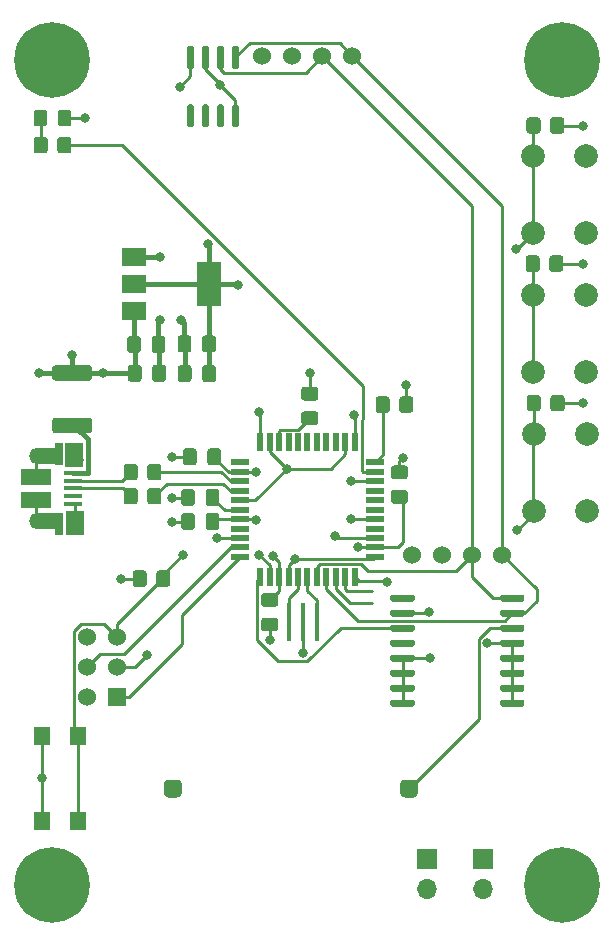
<source format=gbr>
%TF.GenerationSoftware,KiCad,Pcbnew,5.1.8-db9833491~87~ubuntu20.04.1*%
%TF.CreationDate,2020-11-19T17:12:54+01:00*%
%TF.ProjectId,custom-arduino-rtc-temperature-humidity,63757374-6f6d-42d6-9172-6475696e6f2d,rev?*%
%TF.SameCoordinates,Original*%
%TF.FileFunction,Copper,L1,Top*%
%TF.FilePolarity,Positive*%
%FSLAX46Y46*%
G04 Gerber Fmt 4.6, Leading zero omitted, Abs format (unit mm)*
G04 Created by KiCad (PCBNEW 5.1.8-db9833491~87~ubuntu20.04.1) date 2020-11-19 17:12:54*
%MOMM*%
%LPD*%
G01*
G04 APERTURE LIST*
%TA.AperFunction,SMDPad,CuDef*%
%ADD10R,1.400000X1.600000*%
%TD*%
%TA.AperFunction,ComponentPad*%
%ADD11O,1.700000X1.700000*%
%TD*%
%TA.AperFunction,ComponentPad*%
%ADD12R,1.700000X1.700000*%
%TD*%
%TA.AperFunction,ComponentPad*%
%ADD13C,1.524000*%
%TD*%
%TA.AperFunction,SMDPad,CuDef*%
%ADD14R,2.000000X1.500000*%
%TD*%
%TA.AperFunction,SMDPad,CuDef*%
%ADD15R,2.000000X3.800000*%
%TD*%
%TA.AperFunction,ComponentPad*%
%ADD16C,2.000000*%
%TD*%
%TA.AperFunction,SMDPad,CuDef*%
%ADD17R,0.400000X3.200000*%
%TD*%
%TA.AperFunction,ComponentPad*%
%ADD18R,1.524000X1.524000*%
%TD*%
%TA.AperFunction,ComponentPad*%
%ADD19C,0.800000*%
%TD*%
%TA.AperFunction,ComponentPad*%
%ADD20C,6.400000*%
%TD*%
%TA.AperFunction,SMDPad,CuDef*%
%ADD21R,2.500000X1.430000*%
%TD*%
%TA.AperFunction,ComponentPad*%
%ADD22O,1.700000X1.350000*%
%TD*%
%TA.AperFunction,ComponentPad*%
%ADD23O,1.500000X1.100000*%
%TD*%
%TA.AperFunction,SMDPad,CuDef*%
%ADD24R,1.650000X0.400000*%
%TD*%
%TA.AperFunction,SMDPad,CuDef*%
%ADD25R,1.500000X2.000000*%
%TD*%
%TA.AperFunction,SMDPad,CuDef*%
%ADD26R,0.700000X1.825000*%
%TD*%
%TA.AperFunction,SMDPad,CuDef*%
%ADD27R,2.000000X1.350000*%
%TD*%
%TA.AperFunction,SMDPad,CuDef*%
%ADD28R,1.500000X0.550000*%
%TD*%
%TA.AperFunction,SMDPad,CuDef*%
%ADD29R,0.550000X1.500000*%
%TD*%
%TA.AperFunction,ViaPad*%
%ADD30C,0.800000*%
%TD*%
%TA.AperFunction,Conductor*%
%ADD31C,0.250000*%
%TD*%
%TA.AperFunction,Conductor*%
%ADD32C,0.400000*%
%TD*%
G04 APERTURE END LIST*
D10*
%TO.P,SW4,2*%
%TO.N,GND*%
X107085000Y-81363000D03*
X107085000Y-88563000D03*
%TO.P,SW4,1*%
%TO.N,RESET*%
X110085000Y-81363000D03*
X110085000Y-88563000D03*
%TD*%
D11*
%TO.P,J7,2*%
%TO.N,GND*%
X139700000Y-94361000D03*
D12*
%TO.P,J7,1*%
%TO.N,+3V3*%
X139700000Y-91821000D03*
%TD*%
D11*
%TO.P,J6,2*%
%TO.N,GND*%
X144399000Y-94361000D03*
D12*
%TO.P,J6,1*%
%TO.N,+5V*%
X144399000Y-91821000D03*
%TD*%
%TO.P,U4,8*%
%TO.N,+5V*%
%TA.AperFunction,SMDPad,CuDef*%
G36*
G01*
X119784000Y-24916000D02*
X119484000Y-24916000D01*
G75*
G02*
X119334000Y-24766000I0J150000D01*
G01*
X119334000Y-23116000D01*
G75*
G02*
X119484000Y-22966000I150000J0D01*
G01*
X119784000Y-22966000D01*
G75*
G02*
X119934000Y-23116000I0J-150000D01*
G01*
X119934000Y-24766000D01*
G75*
G02*
X119784000Y-24916000I-150000J0D01*
G01*
G37*
%TD.AperFunction*%
%TO.P,U4,7*%
%TO.N,GND*%
%TA.AperFunction,SMDPad,CuDef*%
G36*
G01*
X121054000Y-24916000D02*
X120754000Y-24916000D01*
G75*
G02*
X120604000Y-24766000I0J150000D01*
G01*
X120604000Y-23116000D01*
G75*
G02*
X120754000Y-22966000I150000J0D01*
G01*
X121054000Y-22966000D01*
G75*
G02*
X121204000Y-23116000I0J-150000D01*
G01*
X121204000Y-24766000D01*
G75*
G02*
X121054000Y-24916000I-150000J0D01*
G01*
G37*
%TD.AperFunction*%
%TO.P,U4,6*%
%TO.N,SCL*%
%TA.AperFunction,SMDPad,CuDef*%
G36*
G01*
X122324000Y-24916000D02*
X122024000Y-24916000D01*
G75*
G02*
X121874000Y-24766000I0J150000D01*
G01*
X121874000Y-23116000D01*
G75*
G02*
X122024000Y-22966000I150000J0D01*
G01*
X122324000Y-22966000D01*
G75*
G02*
X122474000Y-23116000I0J-150000D01*
G01*
X122474000Y-24766000D01*
G75*
G02*
X122324000Y-24916000I-150000J0D01*
G01*
G37*
%TD.AperFunction*%
%TO.P,U4,5*%
%TO.N,SDA*%
%TA.AperFunction,SMDPad,CuDef*%
G36*
G01*
X123594000Y-24916000D02*
X123294000Y-24916000D01*
G75*
G02*
X123144000Y-24766000I0J150000D01*
G01*
X123144000Y-23116000D01*
G75*
G02*
X123294000Y-22966000I150000J0D01*
G01*
X123594000Y-22966000D01*
G75*
G02*
X123744000Y-23116000I0J-150000D01*
G01*
X123744000Y-24766000D01*
G75*
G02*
X123594000Y-24916000I-150000J0D01*
G01*
G37*
%TD.AperFunction*%
%TO.P,U4,4*%
%TO.N,GND*%
%TA.AperFunction,SMDPad,CuDef*%
G36*
G01*
X123594000Y-29866000D02*
X123294000Y-29866000D01*
G75*
G02*
X123144000Y-29716000I0J150000D01*
G01*
X123144000Y-28066000D01*
G75*
G02*
X123294000Y-27916000I150000J0D01*
G01*
X123594000Y-27916000D01*
G75*
G02*
X123744000Y-28066000I0J-150000D01*
G01*
X123744000Y-29716000D01*
G75*
G02*
X123594000Y-29866000I-150000J0D01*
G01*
G37*
%TD.AperFunction*%
%TO.P,U4,3*%
%TO.N,Net-(U4-Pad3)*%
%TA.AperFunction,SMDPad,CuDef*%
G36*
G01*
X122324000Y-29866000D02*
X122024000Y-29866000D01*
G75*
G02*
X121874000Y-29716000I0J150000D01*
G01*
X121874000Y-28066000D01*
G75*
G02*
X122024000Y-27916000I150000J0D01*
G01*
X122324000Y-27916000D01*
G75*
G02*
X122474000Y-28066000I0J-150000D01*
G01*
X122474000Y-29716000D01*
G75*
G02*
X122324000Y-29866000I-150000J0D01*
G01*
G37*
%TD.AperFunction*%
%TO.P,U4,2*%
%TO.N,Net-(U4-Pad2)*%
%TA.AperFunction,SMDPad,CuDef*%
G36*
G01*
X121054000Y-29866000D02*
X120754000Y-29866000D01*
G75*
G02*
X120604000Y-29716000I0J150000D01*
G01*
X120604000Y-28066000D01*
G75*
G02*
X120754000Y-27916000I150000J0D01*
G01*
X121054000Y-27916000D01*
G75*
G02*
X121204000Y-28066000I0J-150000D01*
G01*
X121204000Y-29716000D01*
G75*
G02*
X121054000Y-29866000I-150000J0D01*
G01*
G37*
%TD.AperFunction*%
%TO.P,U4,1*%
%TO.N,Net-(U4-Pad1)*%
%TA.AperFunction,SMDPad,CuDef*%
G36*
G01*
X119784000Y-29866000D02*
X119484000Y-29866000D01*
G75*
G02*
X119334000Y-29716000I0J150000D01*
G01*
X119334000Y-28066000D01*
G75*
G02*
X119484000Y-27916000I150000J0D01*
G01*
X119784000Y-27916000D01*
G75*
G02*
X119934000Y-28066000I0J-150000D01*
G01*
X119934000Y-29716000D01*
G75*
G02*
X119784000Y-29866000I-150000J0D01*
G01*
G37*
%TD.AperFunction*%
%TD*%
%TO.P,R8,2*%
%TO.N,Net-(D1-Pad2)*%
%TA.AperFunction,SMDPad,CuDef*%
G36*
G01*
X107550000Y-30918999D02*
X107550000Y-31819001D01*
G75*
G02*
X107300001Y-32069000I-249999J0D01*
G01*
X106599999Y-32069000D01*
G75*
G02*
X106350000Y-31819001I0J249999D01*
G01*
X106350000Y-30918999D01*
G75*
G02*
X106599999Y-30669000I249999J0D01*
G01*
X107300001Y-30669000D01*
G75*
G02*
X107550000Y-30918999I0J-249999D01*
G01*
G37*
%TD.AperFunction*%
%TO.P,R8,1*%
%TO.N,Net-(R8-Pad1)*%
%TA.AperFunction,SMDPad,CuDef*%
G36*
G01*
X109550000Y-30918999D02*
X109550000Y-31819001D01*
G75*
G02*
X109300001Y-32069000I-249999J0D01*
G01*
X108599999Y-32069000D01*
G75*
G02*
X108350000Y-31819001I0J249999D01*
G01*
X108350000Y-30918999D01*
G75*
G02*
X108599999Y-30669000I249999J0D01*
G01*
X109300001Y-30669000D01*
G75*
G02*
X109550000Y-30918999I0J-249999D01*
G01*
G37*
%TD.AperFunction*%
%TD*%
%TO.P,D1,2*%
%TO.N,Net-(D1-Pad2)*%
%TA.AperFunction,SMDPad,CuDef*%
G36*
G01*
X107500000Y-28632999D02*
X107500000Y-29533001D01*
G75*
G02*
X107250001Y-29783000I-249999J0D01*
G01*
X106599999Y-29783000D01*
G75*
G02*
X106350000Y-29533001I0J249999D01*
G01*
X106350000Y-28632999D01*
G75*
G02*
X106599999Y-28383000I249999J0D01*
G01*
X107250001Y-28383000D01*
G75*
G02*
X107500000Y-28632999I0J-249999D01*
G01*
G37*
%TD.AperFunction*%
%TO.P,D1,1*%
%TO.N,GND*%
%TA.AperFunction,SMDPad,CuDef*%
G36*
G01*
X109550000Y-28632999D02*
X109550000Y-29533001D01*
G75*
G02*
X109300001Y-29783000I-249999J0D01*
G01*
X108649999Y-29783000D01*
G75*
G02*
X108400000Y-29533001I0J249999D01*
G01*
X108400000Y-28632999D01*
G75*
G02*
X108649999Y-28383000I249999J0D01*
G01*
X109300001Y-28383000D01*
G75*
G02*
X109550000Y-28632999I0J-249999D01*
G01*
G37*
%TD.AperFunction*%
%TD*%
%TO.P,R7,1*%
%TO.N,Net-(R7-Pad1)*%
%TA.AperFunction,SMDPad,CuDef*%
G36*
G01*
X135306000Y-53790001D02*
X135306000Y-52889999D01*
G75*
G02*
X135555999Y-52640000I249999J0D01*
G01*
X136256001Y-52640000D01*
G75*
G02*
X136506000Y-52889999I0J-249999D01*
G01*
X136506000Y-53790001D01*
G75*
G02*
X136256001Y-54040000I-249999J0D01*
G01*
X135555999Y-54040000D01*
G75*
G02*
X135306000Y-53790001I0J249999D01*
G01*
G37*
%TD.AperFunction*%
%TO.P,R7,2*%
%TO.N,GND*%
%TA.AperFunction,SMDPad,CuDef*%
G36*
G01*
X137306000Y-53790001D02*
X137306000Y-52889999D01*
G75*
G02*
X137555999Y-52640000I249999J0D01*
G01*
X138256001Y-52640000D01*
G75*
G02*
X138506000Y-52889999I0J-249999D01*
G01*
X138506000Y-53790001D01*
G75*
G02*
X138256001Y-54040000I-249999J0D01*
G01*
X137555999Y-54040000D01*
G75*
G02*
X137306000Y-53790001I0J249999D01*
G01*
G37*
%TD.AperFunction*%
%TD*%
%TO.P,BT2,2*%
%TO.N,GND*%
%TA.AperFunction,ComponentPad*%
G36*
G01*
X118905000Y-85457000D02*
X118905000Y-86219000D01*
G75*
G02*
X118524000Y-86600000I-381000J0D01*
G01*
X117762000Y-86600000D01*
G75*
G02*
X117381000Y-86219000I0J381000D01*
G01*
X117381000Y-85457000D01*
G75*
G02*
X117762000Y-85076000I381000J0D01*
G01*
X118524000Y-85076000D01*
G75*
G02*
X118905000Y-85457000I0J-381000D01*
G01*
G37*
%TD.AperFunction*%
%TO.P,BT2,1*%
%TO.N,VBAT*%
%TA.AperFunction,ComponentPad*%
G36*
G01*
X138905000Y-85457000D02*
X138905000Y-86219000D01*
G75*
G02*
X138524000Y-86600000I-381000J0D01*
G01*
X137762000Y-86600000D01*
G75*
G02*
X137381000Y-86219000I0J381000D01*
G01*
X137381000Y-85457000D01*
G75*
G02*
X137762000Y-85076000I381000J0D01*
G01*
X138524000Y-85076000D01*
G75*
G02*
X138905000Y-85457000I0J-381000D01*
G01*
G37*
%TD.AperFunction*%
%TD*%
D13*
%TO.P,J4,4*%
%TO.N,SDA*%
X133350000Y-23830000D03*
%TO.P,J4,3*%
%TO.N,SCL*%
X130810000Y-23830000D03*
%TO.P,J4,2*%
%TO.N,+5V*%
X128270000Y-23830000D03*
%TO.P,J4,1*%
%TO.N,GND*%
X125730000Y-23830000D03*
%TD*%
%TO.P,J3,1*%
%TO.N,+5V*%
X138430000Y-66040000D03*
%TO.P,J3,4*%
%TO.N,SDA*%
X146050000Y-66040000D03*
%TO.P,J3,3*%
%TO.N,SCL*%
X143510000Y-66040000D03*
%TO.P,J3,2*%
%TO.N,GND*%
X140970000Y-66040000D03*
%TD*%
D14*
%TO.P,U3,1*%
%TO.N,GND*%
X114871100Y-40829200D03*
%TO.P,U3,3*%
%TO.N,+5V*%
X114871100Y-45429200D03*
%TO.P,U3,2*%
%TO.N,+3V3*%
X114871100Y-43129200D03*
D15*
X121171100Y-43129200D03*
%TD*%
%TO.P,C11,2*%
%TO.N,GND*%
%TA.AperFunction,SMDPad,CuDef*%
G36*
G01*
X119730100Y-50236100D02*
X119730100Y-51186100D01*
G75*
G02*
X119480100Y-51436100I-250000J0D01*
G01*
X118805100Y-51436100D01*
G75*
G02*
X118555100Y-51186100I0J250000D01*
G01*
X118555100Y-50236100D01*
G75*
G02*
X118805100Y-49986100I250000J0D01*
G01*
X119480100Y-49986100D01*
G75*
G02*
X119730100Y-50236100I0J-250000D01*
G01*
G37*
%TD.AperFunction*%
%TO.P,C11,1*%
%TO.N,+3V3*%
%TA.AperFunction,SMDPad,CuDef*%
G36*
G01*
X121805100Y-50236100D02*
X121805100Y-51186100D01*
G75*
G02*
X121555100Y-51436100I-250000J0D01*
G01*
X120880100Y-51436100D01*
G75*
G02*
X120630100Y-51186100I0J250000D01*
G01*
X120630100Y-50236100D01*
G75*
G02*
X120880100Y-49986100I250000J0D01*
G01*
X121555100Y-49986100D01*
G75*
G02*
X121805100Y-50236100I0J-250000D01*
G01*
G37*
%TD.AperFunction*%
%TD*%
%TO.P,C10,2*%
%TO.N,GND*%
%TA.AperFunction,SMDPad,CuDef*%
G36*
G01*
X119717400Y-47721500D02*
X119717400Y-48671500D01*
G75*
G02*
X119467400Y-48921500I-250000J0D01*
G01*
X118792400Y-48921500D01*
G75*
G02*
X118542400Y-48671500I0J250000D01*
G01*
X118542400Y-47721500D01*
G75*
G02*
X118792400Y-47471500I250000J0D01*
G01*
X119467400Y-47471500D01*
G75*
G02*
X119717400Y-47721500I0J-250000D01*
G01*
G37*
%TD.AperFunction*%
%TO.P,C10,1*%
%TO.N,+3V3*%
%TA.AperFunction,SMDPad,CuDef*%
G36*
G01*
X121792400Y-47721500D02*
X121792400Y-48671500D01*
G75*
G02*
X121542400Y-48921500I-250000J0D01*
G01*
X120867400Y-48921500D01*
G75*
G02*
X120617400Y-48671500I0J250000D01*
G01*
X120617400Y-47721500D01*
G75*
G02*
X120867400Y-47471500I250000J0D01*
G01*
X121542400Y-47471500D01*
G75*
G02*
X121792400Y-47721500I0J-250000D01*
G01*
G37*
%TD.AperFunction*%
%TD*%
%TO.P,C9,2*%
%TO.N,GND*%
%TA.AperFunction,SMDPad,CuDef*%
G36*
G01*
X116337500Y-48722300D02*
X116337500Y-47772300D01*
G75*
G02*
X116587500Y-47522300I250000J0D01*
G01*
X117262500Y-47522300D01*
G75*
G02*
X117512500Y-47772300I0J-250000D01*
G01*
X117512500Y-48722300D01*
G75*
G02*
X117262500Y-48972300I-250000J0D01*
G01*
X116587500Y-48972300D01*
G75*
G02*
X116337500Y-48722300I0J250000D01*
G01*
G37*
%TD.AperFunction*%
%TO.P,C9,1*%
%TO.N,+5V*%
%TA.AperFunction,SMDPad,CuDef*%
G36*
G01*
X114262500Y-48722300D02*
X114262500Y-47772300D01*
G75*
G02*
X114512500Y-47522300I250000J0D01*
G01*
X115187500Y-47522300D01*
G75*
G02*
X115437500Y-47772300I0J-250000D01*
G01*
X115437500Y-48722300D01*
G75*
G02*
X115187500Y-48972300I-250000J0D01*
G01*
X114512500Y-48972300D01*
G75*
G02*
X114262500Y-48722300I0J250000D01*
G01*
G37*
%TD.AperFunction*%
%TD*%
%TO.P,C8,2*%
%TO.N,GND*%
%TA.AperFunction,SMDPad,CuDef*%
G36*
G01*
X116401000Y-51160700D02*
X116401000Y-50210700D01*
G75*
G02*
X116651000Y-49960700I250000J0D01*
G01*
X117326000Y-49960700D01*
G75*
G02*
X117576000Y-50210700I0J-250000D01*
G01*
X117576000Y-51160700D01*
G75*
G02*
X117326000Y-51410700I-250000J0D01*
G01*
X116651000Y-51410700D01*
G75*
G02*
X116401000Y-51160700I0J250000D01*
G01*
G37*
%TD.AperFunction*%
%TO.P,C8,1*%
%TO.N,+5V*%
%TA.AperFunction,SMDPad,CuDef*%
G36*
G01*
X114326000Y-51160700D02*
X114326000Y-50210700D01*
G75*
G02*
X114576000Y-49960700I250000J0D01*
G01*
X115251000Y-49960700D01*
G75*
G02*
X115501000Y-50210700I0J-250000D01*
G01*
X115501000Y-51160700D01*
G75*
G02*
X115251000Y-51410700I-250000J0D01*
G01*
X114576000Y-51410700D01*
G75*
G02*
X114326000Y-51160700I0J250000D01*
G01*
G37*
%TD.AperFunction*%
%TD*%
%TO.P,C5,2*%
%TO.N,GND*%
%TA.AperFunction,SMDPad,CuDef*%
G36*
G01*
X120009500Y-62758300D02*
X120009500Y-63708300D01*
G75*
G02*
X119759500Y-63958300I-250000J0D01*
G01*
X119084500Y-63958300D01*
G75*
G02*
X118834500Y-63708300I0J250000D01*
G01*
X118834500Y-62758300D01*
G75*
G02*
X119084500Y-62508300I250000J0D01*
G01*
X119759500Y-62508300D01*
G75*
G02*
X120009500Y-62758300I0J-250000D01*
G01*
G37*
%TD.AperFunction*%
%TO.P,C5,1*%
%TO.N,+5V*%
%TA.AperFunction,SMDPad,CuDef*%
G36*
G01*
X122084500Y-62758300D02*
X122084500Y-63708300D01*
G75*
G02*
X121834500Y-63958300I-250000J0D01*
G01*
X121159500Y-63958300D01*
G75*
G02*
X120909500Y-63708300I0J250000D01*
G01*
X120909500Y-62758300D01*
G75*
G02*
X121159500Y-62508300I250000J0D01*
G01*
X121834500Y-62508300D01*
G75*
G02*
X122084500Y-62758300I0J-250000D01*
G01*
G37*
%TD.AperFunction*%
%TD*%
%TO.P,C4,2*%
%TO.N,GND*%
%TA.AperFunction,SMDPad,CuDef*%
G36*
G01*
X125864600Y-71366800D02*
X126814600Y-71366800D01*
G75*
G02*
X127064600Y-71616800I0J-250000D01*
G01*
X127064600Y-72291800D01*
G75*
G02*
X126814600Y-72541800I-250000J0D01*
G01*
X125864600Y-72541800D01*
G75*
G02*
X125614600Y-72291800I0J250000D01*
G01*
X125614600Y-71616800D01*
G75*
G02*
X125864600Y-71366800I250000J0D01*
G01*
G37*
%TD.AperFunction*%
%TO.P,C4,1*%
%TO.N,+5V*%
%TA.AperFunction,SMDPad,CuDef*%
G36*
G01*
X125864600Y-69291800D02*
X126814600Y-69291800D01*
G75*
G02*
X127064600Y-69541800I0J-250000D01*
G01*
X127064600Y-70216800D01*
G75*
G02*
X126814600Y-70466800I-250000J0D01*
G01*
X125864600Y-70466800D01*
G75*
G02*
X125614600Y-70216800I0J250000D01*
G01*
X125614600Y-69541800D01*
G75*
G02*
X125864600Y-69291800I250000J0D01*
G01*
G37*
%TD.AperFunction*%
%TD*%
%TO.P,F1,2*%
%TO.N,Net-(F1-Pad2)*%
%TA.AperFunction,SMDPad,CuDef*%
G36*
G01*
X108163699Y-54457800D02*
X111063701Y-54457800D01*
G75*
G02*
X111313700Y-54707799I0J-249999D01*
G01*
X111313700Y-55507801D01*
G75*
G02*
X111063701Y-55757800I-249999J0D01*
G01*
X108163699Y-55757800D01*
G75*
G02*
X107913700Y-55507801I0J249999D01*
G01*
X107913700Y-54707799D01*
G75*
G02*
X108163699Y-54457800I249999J0D01*
G01*
G37*
%TD.AperFunction*%
%TO.P,F1,1*%
%TO.N,+5V*%
%TA.AperFunction,SMDPad,CuDef*%
G36*
G01*
X108163699Y-50007800D02*
X111063701Y-50007800D01*
G75*
G02*
X111313700Y-50257799I0J-249999D01*
G01*
X111313700Y-51057801D01*
G75*
G02*
X111063701Y-51307800I-249999J0D01*
G01*
X108163699Y-51307800D01*
G75*
G02*
X107913700Y-51057801I0J249999D01*
G01*
X107913700Y-50257799D01*
G75*
G02*
X108163699Y-50007800I249999J0D01*
G01*
G37*
%TD.AperFunction*%
%TD*%
D16*
%TO.P,SW3,1*%
%TO.N,+5V*%
X153187400Y-62303800D03*
%TO.P,SW3,2*%
%TO.N,BTN_DOWN*%
X148687400Y-62303800D03*
%TO.P,SW3,1*%
%TO.N,+5V*%
X153187400Y-55803800D03*
%TO.P,SW3,2*%
%TO.N,BTN_DOWN*%
X148687400Y-55803800D03*
%TD*%
%TO.P,SW2,1*%
%TO.N,+5V*%
X153162000Y-38783400D03*
%TO.P,SW2,2*%
%TO.N,BTN_UP*%
X148662000Y-38783400D03*
%TO.P,SW2,1*%
%TO.N,+5V*%
X153162000Y-32283400D03*
%TO.P,SW2,2*%
%TO.N,BTN_UP*%
X148662000Y-32283400D03*
%TD*%
%TO.P,SW1,1*%
%TO.N,+5V*%
X153162000Y-50569000D03*
%TO.P,SW1,2*%
%TO.N,BTN_SET*%
X148662000Y-50569000D03*
%TO.P,SW1,1*%
%TO.N,+5V*%
X153162000Y-44069000D03*
%TO.P,SW1,2*%
%TO.N,BTN_SET*%
X148662000Y-44069000D03*
%TD*%
%TO.P,R6,1*%
%TO.N,GND*%
%TA.AperFunction,SMDPad,CuDef*%
G36*
G01*
X151307600Y-52762999D02*
X151307600Y-53663001D01*
G75*
G02*
X151057601Y-53913000I-249999J0D01*
G01*
X150357599Y-53913000D01*
G75*
G02*
X150107600Y-53663001I0J249999D01*
G01*
X150107600Y-52762999D01*
G75*
G02*
X150357599Y-52513000I249999J0D01*
G01*
X151057601Y-52513000D01*
G75*
G02*
X151307600Y-52762999I0J-249999D01*
G01*
G37*
%TD.AperFunction*%
%TO.P,R6,2*%
%TO.N,BTN_DOWN*%
%TA.AperFunction,SMDPad,CuDef*%
G36*
G01*
X149307600Y-52762999D02*
X149307600Y-53663001D01*
G75*
G02*
X149057601Y-53913000I-249999J0D01*
G01*
X148357599Y-53913000D01*
G75*
G02*
X148107600Y-53663001I0J249999D01*
G01*
X148107600Y-52762999D01*
G75*
G02*
X148357599Y-52513000I249999J0D01*
G01*
X149057601Y-52513000D01*
G75*
G02*
X149307600Y-52762999I0J-249999D01*
G01*
G37*
%TD.AperFunction*%
%TD*%
%TO.P,R5,2*%
%TO.N,BTN_UP*%
%TA.AperFunction,SMDPad,CuDef*%
G36*
G01*
X149282200Y-29255299D02*
X149282200Y-30155301D01*
G75*
G02*
X149032201Y-30405300I-249999J0D01*
G01*
X148332199Y-30405300D01*
G75*
G02*
X148082200Y-30155301I0J249999D01*
G01*
X148082200Y-29255299D01*
G75*
G02*
X148332199Y-29005300I249999J0D01*
G01*
X149032201Y-29005300D01*
G75*
G02*
X149282200Y-29255299I0J-249999D01*
G01*
G37*
%TD.AperFunction*%
%TO.P,R5,1*%
%TO.N,GND*%
%TA.AperFunction,SMDPad,CuDef*%
G36*
G01*
X151282200Y-29255299D02*
X151282200Y-30155301D01*
G75*
G02*
X151032201Y-30405300I-249999J0D01*
G01*
X150332199Y-30405300D01*
G75*
G02*
X150082200Y-30155301I0J249999D01*
G01*
X150082200Y-29255299D01*
G75*
G02*
X150332199Y-29005300I249999J0D01*
G01*
X151032201Y-29005300D01*
G75*
G02*
X151282200Y-29255299I0J-249999D01*
G01*
G37*
%TD.AperFunction*%
%TD*%
%TO.P,R3,2*%
%TO.N,BTN_SET*%
%TA.AperFunction,SMDPad,CuDef*%
G36*
G01*
X149206000Y-40951999D02*
X149206000Y-41852001D01*
G75*
G02*
X148956001Y-42102000I-249999J0D01*
G01*
X148255999Y-42102000D01*
G75*
G02*
X148006000Y-41852001I0J249999D01*
G01*
X148006000Y-40951999D01*
G75*
G02*
X148255999Y-40702000I249999J0D01*
G01*
X148956001Y-40702000D01*
G75*
G02*
X149206000Y-40951999I0J-249999D01*
G01*
G37*
%TD.AperFunction*%
%TO.P,R3,1*%
%TO.N,GND*%
%TA.AperFunction,SMDPad,CuDef*%
G36*
G01*
X151206000Y-40951999D02*
X151206000Y-41852001D01*
G75*
G02*
X150956001Y-42102000I-249999J0D01*
G01*
X150255999Y-42102000D01*
G75*
G02*
X150006000Y-41852001I0J249999D01*
G01*
X150006000Y-40951999D01*
G75*
G02*
X150255999Y-40702000I249999J0D01*
G01*
X150956001Y-40702000D01*
G75*
G02*
X151206000Y-40951999I0J-249999D01*
G01*
G37*
%TD.AperFunction*%
%TD*%
%TO.P,C2,2*%
%TO.N,GND*%
%TA.AperFunction,SMDPad,CuDef*%
G36*
G01*
X137800100Y-59655200D02*
X136850100Y-59655200D01*
G75*
G02*
X136600100Y-59405200I0J250000D01*
G01*
X136600100Y-58730200D01*
G75*
G02*
X136850100Y-58480200I250000J0D01*
G01*
X137800100Y-58480200D01*
G75*
G02*
X138050100Y-58730200I0J-250000D01*
G01*
X138050100Y-59405200D01*
G75*
G02*
X137800100Y-59655200I-250000J0D01*
G01*
G37*
%TD.AperFunction*%
%TO.P,C2,1*%
%TO.N,+5V*%
%TA.AperFunction,SMDPad,CuDef*%
G36*
G01*
X137800100Y-61730200D02*
X136850100Y-61730200D01*
G75*
G02*
X136600100Y-61480200I0J250000D01*
G01*
X136600100Y-60805200D01*
G75*
G02*
X136850100Y-60555200I250000J0D01*
G01*
X137800100Y-60555200D01*
G75*
G02*
X138050100Y-60805200I0J-250000D01*
G01*
X138050100Y-61480200D01*
G75*
G02*
X137800100Y-61730200I-250000J0D01*
G01*
G37*
%TD.AperFunction*%
%TD*%
%TO.P,C1,2*%
%TO.N,GND*%
%TA.AperFunction,SMDPad,CuDef*%
G36*
G01*
X120161900Y-57284600D02*
X120161900Y-58234600D01*
G75*
G02*
X119911900Y-58484600I-250000J0D01*
G01*
X119236900Y-58484600D01*
G75*
G02*
X118986900Y-58234600I0J250000D01*
G01*
X118986900Y-57284600D01*
G75*
G02*
X119236900Y-57034600I250000J0D01*
G01*
X119911900Y-57034600D01*
G75*
G02*
X120161900Y-57284600I0J-250000D01*
G01*
G37*
%TD.AperFunction*%
%TO.P,C1,1*%
%TO.N,+5V*%
%TA.AperFunction,SMDPad,CuDef*%
G36*
G01*
X122236900Y-57284600D02*
X122236900Y-58234600D01*
G75*
G02*
X121986900Y-58484600I-250000J0D01*
G01*
X121311900Y-58484600D01*
G75*
G02*
X121061900Y-58234600I0J250000D01*
G01*
X121061900Y-57284600D01*
G75*
G02*
X121311900Y-57034600I250000J0D01*
G01*
X121986900Y-57034600D01*
G75*
G02*
X122236900Y-57284600I0J-250000D01*
G01*
G37*
%TD.AperFunction*%
%TD*%
%TO.P,R4,2*%
%TO.N,+5V*%
%TA.AperFunction,SMDPad,CuDef*%
G36*
G01*
X115932000Y-67621999D02*
X115932000Y-68522001D01*
G75*
G02*
X115682001Y-68772000I-249999J0D01*
G01*
X114981999Y-68772000D01*
G75*
G02*
X114732000Y-68522001I0J249999D01*
G01*
X114732000Y-67621999D01*
G75*
G02*
X114981999Y-67372000I249999J0D01*
G01*
X115682001Y-67372000D01*
G75*
G02*
X115932000Y-67621999I0J-249999D01*
G01*
G37*
%TD.AperFunction*%
%TO.P,R4,1*%
%TO.N,RESET*%
%TA.AperFunction,SMDPad,CuDef*%
G36*
G01*
X117932000Y-67621999D02*
X117932000Y-68522001D01*
G75*
G02*
X117682001Y-68772000I-249999J0D01*
G01*
X116981999Y-68772000D01*
G75*
G02*
X116732000Y-68522001I0J249999D01*
G01*
X116732000Y-67621999D01*
G75*
G02*
X116981999Y-67372000I249999J0D01*
G01*
X117682001Y-67372000D01*
G75*
G02*
X117932000Y-67621999I0J-249999D01*
G01*
G37*
%TD.AperFunction*%
%TD*%
%TO.P,R2,2*%
%TO.N,Net-(J2-Pad2)*%
%TA.AperFunction,SMDPad,CuDef*%
G36*
G01*
X115170000Y-58604999D02*
X115170000Y-59505001D01*
G75*
G02*
X114920001Y-59755000I-249999J0D01*
G01*
X114219999Y-59755000D01*
G75*
G02*
X113970000Y-59505001I0J249999D01*
G01*
X113970000Y-58604999D01*
G75*
G02*
X114219999Y-58355000I249999J0D01*
G01*
X114920001Y-58355000D01*
G75*
G02*
X115170000Y-58604999I0J-249999D01*
G01*
G37*
%TD.AperFunction*%
%TO.P,R2,1*%
%TO.N,D-*%
%TA.AperFunction,SMDPad,CuDef*%
G36*
G01*
X117170000Y-58604999D02*
X117170000Y-59505001D01*
G75*
G02*
X116920001Y-59755000I-249999J0D01*
G01*
X116219999Y-59755000D01*
G75*
G02*
X115970000Y-59505001I0J249999D01*
G01*
X115970000Y-58604999D01*
G75*
G02*
X116219999Y-58355000I249999J0D01*
G01*
X116920001Y-58355000D01*
G75*
G02*
X117170000Y-58604999I0J-249999D01*
G01*
G37*
%TD.AperFunction*%
%TD*%
%TO.P,R1,2*%
%TO.N,Net-(J2-Pad3)*%
%TA.AperFunction,SMDPad,CuDef*%
G36*
G01*
X115170000Y-60636999D02*
X115170000Y-61537001D01*
G75*
G02*
X114920001Y-61787000I-249999J0D01*
G01*
X114219999Y-61787000D01*
G75*
G02*
X113970000Y-61537001I0J249999D01*
G01*
X113970000Y-60636999D01*
G75*
G02*
X114219999Y-60387000I249999J0D01*
G01*
X114920001Y-60387000D01*
G75*
G02*
X115170000Y-60636999I0J-249999D01*
G01*
G37*
%TD.AperFunction*%
%TO.P,R1,1*%
%TO.N,D+*%
%TA.AperFunction,SMDPad,CuDef*%
G36*
G01*
X117170000Y-60636999D02*
X117170000Y-61537001D01*
G75*
G02*
X116920001Y-61787000I-249999J0D01*
G01*
X116219999Y-61787000D01*
G75*
G02*
X115970000Y-61537001I0J249999D01*
G01*
X115970000Y-60636999D01*
G75*
G02*
X116219999Y-60387000I249999J0D01*
G01*
X116920001Y-60387000D01*
G75*
G02*
X117170000Y-60636999I0J-249999D01*
G01*
G37*
%TD.AperFunction*%
%TD*%
D17*
%TO.P,Y1,3*%
%TO.N,Net-(U2-Pad16)*%
X127959000Y-71755000D03*
%TO.P,Y1,2*%
%TO.N,GND*%
X129159000Y-71755000D03*
%TO.P,Y1,1*%
%TO.N,Net-(U2-Pad17)*%
X130359000Y-71755000D03*
%TD*%
D13*
%TO.P,J1,6*%
%TO.N,GND*%
X110871000Y-73025000D03*
%TO.P,J1,5*%
%TO.N,RESET*%
X113411000Y-73025000D03*
%TO.P,J1,4*%
%TO.N,MOSI*%
X110871000Y-75565000D03*
%TO.P,J1,3*%
%TO.N,SCK*%
X113411000Y-75565000D03*
%TO.P,J1,2*%
%TO.N,+5V*%
X110871000Y-78105000D03*
D18*
%TO.P,J1,1*%
%TO.N,MISO*%
X113411000Y-78105000D03*
%TD*%
%TO.P,C6,2*%
%TO.N,Net-(C6-Pad2)*%
%TA.AperFunction,SMDPad,CuDef*%
G36*
G01*
X129255500Y-53904300D02*
X130205500Y-53904300D01*
G75*
G02*
X130455500Y-54154300I0J-250000D01*
G01*
X130455500Y-54829300D01*
G75*
G02*
X130205500Y-55079300I-250000J0D01*
G01*
X129255500Y-55079300D01*
G75*
G02*
X129005500Y-54829300I0J250000D01*
G01*
X129005500Y-54154300D01*
G75*
G02*
X129255500Y-53904300I250000J0D01*
G01*
G37*
%TD.AperFunction*%
%TO.P,C6,1*%
%TO.N,GND*%
%TA.AperFunction,SMDPad,CuDef*%
G36*
G01*
X129255500Y-51829300D02*
X130205500Y-51829300D01*
G75*
G02*
X130455500Y-52079300I0J-250000D01*
G01*
X130455500Y-52754300D01*
G75*
G02*
X130205500Y-53004300I-250000J0D01*
G01*
X129255500Y-53004300D01*
G75*
G02*
X129005500Y-52754300I0J250000D01*
G01*
X129005500Y-52079300D01*
G75*
G02*
X129255500Y-51829300I250000J0D01*
G01*
G37*
%TD.AperFunction*%
%TD*%
D19*
%TO.P,H4,1*%
%TO.N,GND*%
X152827056Y-92282944D03*
X151130000Y-91580000D03*
X149432944Y-92282944D03*
X148730000Y-93980000D03*
X149432944Y-95677056D03*
X151130000Y-96380000D03*
X152827056Y-95677056D03*
X153530000Y-93980000D03*
D20*
X151130000Y-93980000D03*
%TD*%
D21*
%TO.P,J2,6*%
%TO.N,GND*%
X106565000Y-61387000D03*
X106565000Y-59467000D03*
D22*
X106835000Y-63157000D03*
X106835000Y-57697000D03*
D23*
X109835000Y-62847000D03*
X109835000Y-58007000D03*
D24*
%TO.P,J2,5*%
X109715000Y-61727000D03*
%TO.P,J2,4*%
%TO.N,Net-(J2-Pad4)*%
X109715000Y-61077000D03*
%TO.P,J2,3*%
%TO.N,Net-(J2-Pad3)*%
X109715000Y-60427000D03*
%TO.P,J2,2*%
%TO.N,Net-(J2-Pad2)*%
X109715000Y-59777000D03*
%TO.P,J2,1*%
%TO.N,Net-(F1-Pad2)*%
X109715000Y-59127000D03*
D25*
%TO.P,J2,6*%
%TO.N,GND*%
X109835000Y-63327000D03*
X109815000Y-57577000D03*
D26*
X108515000Y-63427000D03*
X108515000Y-57477000D03*
D27*
X107765000Y-57697000D03*
X107765000Y-63177000D03*
%TD*%
%TO.P,C3,2*%
%TO.N,GND*%
%TA.AperFunction,SMDPad,CuDef*%
G36*
G01*
X120009500Y-60726300D02*
X120009500Y-61676300D01*
G75*
G02*
X119759500Y-61926300I-250000J0D01*
G01*
X119084500Y-61926300D01*
G75*
G02*
X118834500Y-61676300I0J250000D01*
G01*
X118834500Y-60726300D01*
G75*
G02*
X119084500Y-60476300I250000J0D01*
G01*
X119759500Y-60476300D01*
G75*
G02*
X120009500Y-60726300I0J-250000D01*
G01*
G37*
%TD.AperFunction*%
%TO.P,C3,1*%
%TO.N,Net-(C3-Pad1)*%
%TA.AperFunction,SMDPad,CuDef*%
G36*
G01*
X122084500Y-60726300D02*
X122084500Y-61676300D01*
G75*
G02*
X121834500Y-61926300I-250000J0D01*
G01*
X121159500Y-61926300D01*
G75*
G02*
X120909500Y-61676300I0J250000D01*
G01*
X120909500Y-60726300D01*
G75*
G02*
X121159500Y-60476300I250000J0D01*
G01*
X121834500Y-60476300D01*
G75*
G02*
X122084500Y-60726300I0J-250000D01*
G01*
G37*
%TD.AperFunction*%
%TD*%
D19*
%TO.P,H3,1*%
%TO.N,GND*%
X152827056Y-22432944D03*
X151130000Y-21730000D03*
X149432944Y-22432944D03*
X148730000Y-24130000D03*
X149432944Y-25827056D03*
X151130000Y-26530000D03*
X152827056Y-25827056D03*
X153530000Y-24130000D03*
D20*
X151130000Y-24130000D03*
%TD*%
D19*
%TO.P,H2,1*%
%TO.N,GND*%
X109647056Y-92282944D03*
X107950000Y-91580000D03*
X106252944Y-92282944D03*
X105550000Y-93980000D03*
X106252944Y-95677056D03*
X107950000Y-96380000D03*
X109647056Y-95677056D03*
X110350000Y-93980000D03*
D20*
X107950000Y-93980000D03*
%TD*%
D19*
%TO.P,H1,1*%
%TO.N,GND*%
X109647056Y-22432944D03*
X107950000Y-21730000D03*
X106252944Y-22432944D03*
X105550000Y-24130000D03*
X106252944Y-25827056D03*
X107950000Y-26530000D03*
X109647056Y-25827056D03*
X110350000Y-24130000D03*
D20*
X107950000Y-24130000D03*
%TD*%
D28*
%TO.P,U2,1*%
%TO.N,Net-(U2-Pad1)*%
X123840000Y-58230000D03*
%TO.P,U2,2*%
%TO.N,+5V*%
X123840000Y-59030000D03*
%TO.P,U2,3*%
%TO.N,D-*%
X123840000Y-59830000D03*
%TO.P,U2,4*%
%TO.N,D+*%
X123840000Y-60630000D03*
%TO.P,U2,5*%
%TO.N,GND*%
X123840000Y-61430000D03*
%TO.P,U2,6*%
%TO.N,Net-(C3-Pad1)*%
X123840000Y-62230000D03*
%TO.P,U2,7*%
%TO.N,+5V*%
X123840000Y-63030000D03*
%TO.P,U2,8*%
%TO.N,Net-(U2-Pad8)*%
X123840000Y-63830000D03*
%TO.P,U2,9*%
%TO.N,SCK*%
X123840000Y-64630000D03*
%TO.P,U2,10*%
%TO.N,MOSI*%
X123840000Y-65430000D03*
%TO.P,U2,11*%
%TO.N,MISO*%
X123840000Y-66230000D03*
D29*
%TO.P,U2,12*%
%TO.N,CLK_INT*%
X125540000Y-67930000D03*
%TO.P,U2,13*%
%TO.N,RESET*%
X126340000Y-67930000D03*
%TO.P,U2,14*%
%TO.N,+5V*%
X127140000Y-67930000D03*
%TO.P,U2,15*%
%TO.N,GND*%
X127940000Y-67930000D03*
%TO.P,U2,16*%
%TO.N,Net-(U2-Pad16)*%
X128740000Y-67930000D03*
%TO.P,U2,17*%
%TO.N,Net-(U2-Pad17)*%
X129540000Y-67930000D03*
%TO.P,U2,18*%
%TO.N,SCL*%
X130340000Y-67930000D03*
%TO.P,U2,19*%
%TO.N,SDA*%
X131140000Y-67930000D03*
%TO.P,U2,20*%
%TO.N,RX*%
X131940000Y-67930000D03*
%TO.P,U2,21*%
%TO.N,TX*%
X132740000Y-67930000D03*
%TO.P,U2,22*%
%TO.N,CTS*%
X133540000Y-67930000D03*
D28*
%TO.P,U2,23*%
%TO.N,GND*%
X135240000Y-66230000D03*
%TO.P,U2,24*%
%TO.N,+5V*%
X135240000Y-65430000D03*
%TO.P,U2,25*%
%TO.N,BTN_SET*%
X135240000Y-64630000D03*
%TO.P,U2,26*%
%TO.N,Net-(U2-Pad26)*%
X135240000Y-63830000D03*
%TO.P,U2,27*%
%TO.N,BTN_DOWN*%
X135240000Y-63030000D03*
%TO.P,U2,28*%
%TO.N,Net-(U2-Pad28)*%
X135240000Y-62230000D03*
%TO.P,U2,29*%
%TO.N,Net-(U2-Pad29)*%
X135240000Y-61430000D03*
%TO.P,U2,30*%
%TO.N,Net-(U2-Pad30)*%
X135240000Y-60630000D03*
%TO.P,U2,31*%
%TO.N,BTN_UP*%
X135240000Y-59830000D03*
%TO.P,U2,32*%
%TO.N,Net-(R8-Pad1)*%
X135240000Y-59030000D03*
%TO.P,U2,33*%
%TO.N,Net-(R7-Pad1)*%
X135240000Y-58230000D03*
D29*
%TO.P,U2,34*%
%TO.N,+5V*%
X133540000Y-56530000D03*
%TO.P,U2,35*%
%TO.N,GND*%
X132740000Y-56530000D03*
%TO.P,U2,36*%
%TO.N,Net-(U2-Pad36)*%
X131940000Y-56530000D03*
%TO.P,U2,37*%
%TO.N,Net-(U2-Pad37)*%
X131140000Y-56530000D03*
%TO.P,U2,38*%
%TO.N,Net-(U2-Pad38)*%
X130340000Y-56530000D03*
%TO.P,U2,39*%
%TO.N,Net-(U2-Pad39)*%
X129540000Y-56530000D03*
%TO.P,U2,40*%
%TO.N,Net-(U2-Pad40)*%
X128740000Y-56530000D03*
%TO.P,U2,41*%
%TO.N,Net-(U2-Pad41)*%
X127940000Y-56530000D03*
%TO.P,U2,42*%
%TO.N,Net-(C6-Pad2)*%
X127140000Y-56530000D03*
%TO.P,U2,43*%
%TO.N,GND*%
X126340000Y-56530000D03*
%TO.P,U2,44*%
%TO.N,+5V*%
X125540000Y-56530000D03*
%TD*%
%TO.P,U1,16*%
%TO.N,SCL*%
%TA.AperFunction,SMDPad,CuDef*%
G36*
G01*
X145865000Y-69873000D02*
X145865000Y-69573000D01*
G75*
G02*
X146015000Y-69423000I150000J0D01*
G01*
X147765000Y-69423000D01*
G75*
G02*
X147915000Y-69573000I0J-150000D01*
G01*
X147915000Y-69873000D01*
G75*
G02*
X147765000Y-70023000I-150000J0D01*
G01*
X146015000Y-70023000D01*
G75*
G02*
X145865000Y-69873000I0J150000D01*
G01*
G37*
%TD.AperFunction*%
%TO.P,U1,15*%
%TO.N,SDA*%
%TA.AperFunction,SMDPad,CuDef*%
G36*
G01*
X145865000Y-71143000D02*
X145865000Y-70843000D01*
G75*
G02*
X146015000Y-70693000I150000J0D01*
G01*
X147765000Y-70693000D01*
G75*
G02*
X147915000Y-70843000I0J-150000D01*
G01*
X147915000Y-71143000D01*
G75*
G02*
X147765000Y-71293000I-150000J0D01*
G01*
X146015000Y-71293000D01*
G75*
G02*
X145865000Y-71143000I0J150000D01*
G01*
G37*
%TD.AperFunction*%
%TO.P,U1,14*%
%TO.N,VBAT*%
%TA.AperFunction,SMDPad,CuDef*%
G36*
G01*
X145865000Y-72413000D02*
X145865000Y-72113000D01*
G75*
G02*
X146015000Y-71963000I150000J0D01*
G01*
X147765000Y-71963000D01*
G75*
G02*
X147915000Y-72113000I0J-150000D01*
G01*
X147915000Y-72413000D01*
G75*
G02*
X147765000Y-72563000I-150000J0D01*
G01*
X146015000Y-72563000D01*
G75*
G02*
X145865000Y-72413000I0J150000D01*
G01*
G37*
%TD.AperFunction*%
%TO.P,U1,13*%
%TO.N,GND*%
%TA.AperFunction,SMDPad,CuDef*%
G36*
G01*
X145865000Y-73683000D02*
X145865000Y-73383000D01*
G75*
G02*
X146015000Y-73233000I150000J0D01*
G01*
X147765000Y-73233000D01*
G75*
G02*
X147915000Y-73383000I0J-150000D01*
G01*
X147915000Y-73683000D01*
G75*
G02*
X147765000Y-73833000I-150000J0D01*
G01*
X146015000Y-73833000D01*
G75*
G02*
X145865000Y-73683000I0J150000D01*
G01*
G37*
%TD.AperFunction*%
%TO.P,U1,12*%
%TA.AperFunction,SMDPad,CuDef*%
G36*
G01*
X145865000Y-74953000D02*
X145865000Y-74653000D01*
G75*
G02*
X146015000Y-74503000I150000J0D01*
G01*
X147765000Y-74503000D01*
G75*
G02*
X147915000Y-74653000I0J-150000D01*
G01*
X147915000Y-74953000D01*
G75*
G02*
X147765000Y-75103000I-150000J0D01*
G01*
X146015000Y-75103000D01*
G75*
G02*
X145865000Y-74953000I0J150000D01*
G01*
G37*
%TD.AperFunction*%
%TO.P,U1,11*%
%TA.AperFunction,SMDPad,CuDef*%
G36*
G01*
X145865000Y-76223000D02*
X145865000Y-75923000D01*
G75*
G02*
X146015000Y-75773000I150000J0D01*
G01*
X147765000Y-75773000D01*
G75*
G02*
X147915000Y-75923000I0J-150000D01*
G01*
X147915000Y-76223000D01*
G75*
G02*
X147765000Y-76373000I-150000J0D01*
G01*
X146015000Y-76373000D01*
G75*
G02*
X145865000Y-76223000I0J150000D01*
G01*
G37*
%TD.AperFunction*%
%TO.P,U1,10*%
%TA.AperFunction,SMDPad,CuDef*%
G36*
G01*
X145865000Y-77493000D02*
X145865000Y-77193000D01*
G75*
G02*
X146015000Y-77043000I150000J0D01*
G01*
X147765000Y-77043000D01*
G75*
G02*
X147915000Y-77193000I0J-150000D01*
G01*
X147915000Y-77493000D01*
G75*
G02*
X147765000Y-77643000I-150000J0D01*
G01*
X146015000Y-77643000D01*
G75*
G02*
X145865000Y-77493000I0J150000D01*
G01*
G37*
%TD.AperFunction*%
%TO.P,U1,9*%
%TA.AperFunction,SMDPad,CuDef*%
G36*
G01*
X145865000Y-78763000D02*
X145865000Y-78463000D01*
G75*
G02*
X146015000Y-78313000I150000J0D01*
G01*
X147765000Y-78313000D01*
G75*
G02*
X147915000Y-78463000I0J-150000D01*
G01*
X147915000Y-78763000D01*
G75*
G02*
X147765000Y-78913000I-150000J0D01*
G01*
X146015000Y-78913000D01*
G75*
G02*
X145865000Y-78763000I0J150000D01*
G01*
G37*
%TD.AperFunction*%
%TO.P,U1,8*%
%TA.AperFunction,SMDPad,CuDef*%
G36*
G01*
X136565000Y-78763000D02*
X136565000Y-78463000D01*
G75*
G02*
X136715000Y-78313000I150000J0D01*
G01*
X138465000Y-78313000D01*
G75*
G02*
X138615000Y-78463000I0J-150000D01*
G01*
X138615000Y-78763000D01*
G75*
G02*
X138465000Y-78913000I-150000J0D01*
G01*
X136715000Y-78913000D01*
G75*
G02*
X136565000Y-78763000I0J150000D01*
G01*
G37*
%TD.AperFunction*%
%TO.P,U1,7*%
%TA.AperFunction,SMDPad,CuDef*%
G36*
G01*
X136565000Y-77493000D02*
X136565000Y-77193000D01*
G75*
G02*
X136715000Y-77043000I150000J0D01*
G01*
X138465000Y-77043000D01*
G75*
G02*
X138615000Y-77193000I0J-150000D01*
G01*
X138615000Y-77493000D01*
G75*
G02*
X138465000Y-77643000I-150000J0D01*
G01*
X136715000Y-77643000D01*
G75*
G02*
X136565000Y-77493000I0J150000D01*
G01*
G37*
%TD.AperFunction*%
%TO.P,U1,6*%
%TA.AperFunction,SMDPad,CuDef*%
G36*
G01*
X136565000Y-76223000D02*
X136565000Y-75923000D01*
G75*
G02*
X136715000Y-75773000I150000J0D01*
G01*
X138465000Y-75773000D01*
G75*
G02*
X138615000Y-75923000I0J-150000D01*
G01*
X138615000Y-76223000D01*
G75*
G02*
X138465000Y-76373000I-150000J0D01*
G01*
X136715000Y-76373000D01*
G75*
G02*
X136565000Y-76223000I0J150000D01*
G01*
G37*
%TD.AperFunction*%
%TO.P,U1,5*%
%TA.AperFunction,SMDPad,CuDef*%
G36*
G01*
X136565000Y-74953000D02*
X136565000Y-74653000D01*
G75*
G02*
X136715000Y-74503000I150000J0D01*
G01*
X138465000Y-74503000D01*
G75*
G02*
X138615000Y-74653000I0J-150000D01*
G01*
X138615000Y-74953000D01*
G75*
G02*
X138465000Y-75103000I-150000J0D01*
G01*
X136715000Y-75103000D01*
G75*
G02*
X136565000Y-74953000I0J150000D01*
G01*
G37*
%TD.AperFunction*%
%TO.P,U1,4*%
%TO.N,Net-(U1-Pad4)*%
%TA.AperFunction,SMDPad,CuDef*%
G36*
G01*
X136565000Y-73683000D02*
X136565000Y-73383000D01*
G75*
G02*
X136715000Y-73233000I150000J0D01*
G01*
X138465000Y-73233000D01*
G75*
G02*
X138615000Y-73383000I0J-150000D01*
G01*
X138615000Y-73683000D01*
G75*
G02*
X138465000Y-73833000I-150000J0D01*
G01*
X136715000Y-73833000D01*
G75*
G02*
X136565000Y-73683000I0J150000D01*
G01*
G37*
%TD.AperFunction*%
%TO.P,U1,3*%
%TO.N,CLK_INT*%
%TA.AperFunction,SMDPad,CuDef*%
G36*
G01*
X136565000Y-72413000D02*
X136565000Y-72113000D01*
G75*
G02*
X136715000Y-71963000I150000J0D01*
G01*
X138465000Y-71963000D01*
G75*
G02*
X138615000Y-72113000I0J-150000D01*
G01*
X138615000Y-72413000D01*
G75*
G02*
X138465000Y-72563000I-150000J0D01*
G01*
X136715000Y-72563000D01*
G75*
G02*
X136565000Y-72413000I0J150000D01*
G01*
G37*
%TD.AperFunction*%
%TO.P,U1,2*%
%TO.N,+5V*%
%TA.AperFunction,SMDPad,CuDef*%
G36*
G01*
X136565000Y-71143000D02*
X136565000Y-70843000D01*
G75*
G02*
X136715000Y-70693000I150000J0D01*
G01*
X138465000Y-70693000D01*
G75*
G02*
X138615000Y-70843000I0J-150000D01*
G01*
X138615000Y-71143000D01*
G75*
G02*
X138465000Y-71293000I-150000J0D01*
G01*
X136715000Y-71293000D01*
G75*
G02*
X136565000Y-71143000I0J150000D01*
G01*
G37*
%TD.AperFunction*%
%TO.P,U1,1*%
%TO.N,Net-(U1-Pad1)*%
%TA.AperFunction,SMDPad,CuDef*%
G36*
G01*
X136565000Y-69873000D02*
X136565000Y-69573000D01*
G75*
G02*
X136715000Y-69423000I150000J0D01*
G01*
X138465000Y-69423000D01*
G75*
G02*
X138615000Y-69573000I0J-150000D01*
G01*
X138615000Y-69873000D01*
G75*
G02*
X138465000Y-70023000I-150000J0D01*
G01*
X136715000Y-70023000D01*
G75*
G02*
X136565000Y-69873000I0J150000D01*
G01*
G37*
%TD.AperFunction*%
%TD*%
D30*
%TO.N,GND*%
X127774700Y-58750200D03*
X128460500Y-66370200D03*
X144780000Y-73533000D03*
X139954000Y-74803000D03*
X129730500Y-50685700D03*
X152908000Y-53213000D03*
X152908000Y-41402000D03*
X152908000Y-29718000D03*
X129184400Y-74358500D03*
X118033800Y-57772300D03*
X118033800Y-61201300D03*
X118033800Y-63271400D03*
X137618349Y-57835800D03*
X126339600Y-73266300D03*
X117068600Y-40817800D03*
X117068600Y-46139100D03*
X118859300Y-46139100D03*
X137922000Y-51689000D03*
X110744000Y-29083000D03*
X122174000Y-26289000D03*
X107061000Y-84963000D03*
%TO.N,RESET*%
X125476000Y-66040000D03*
X118999000Y-66040000D03*
%TO.N,SCK*%
X121920000Y-64643000D03*
X115951000Y-74549000D03*
%TO.N,+5V*%
X133858000Y-65405000D03*
X125222000Y-63119000D03*
X125222000Y-59055000D03*
X113792000Y-68072000D03*
X126619000Y-66167000D03*
X133477000Y-54229000D03*
X139827000Y-70893010D03*
X125476000Y-53975000D03*
X109626400Y-49136300D03*
X106794300Y-50647600D03*
X112204500Y-50647600D03*
X118745000Y-26416000D03*
%TO.N,BTN_SET*%
X131902200Y-64477900D03*
%TO.N,BTN_UP*%
X133235700Y-59817000D03*
X147205700Y-40132000D03*
%TO.N,BTN_DOWN*%
X133248400Y-63030100D03*
X147281900Y-63982600D03*
%TO.N,+3V3*%
X123698000Y-43180000D03*
X121158000Y-39751000D03*
%TO.N,CTS*%
X136271000Y-68326000D03*
%TD*%
D31*
%TO.N,GND*%
X109835000Y-61847000D02*
X109715000Y-61727000D01*
X109835000Y-62847000D02*
X109835000Y-61847000D01*
X106565000Y-62887000D02*
X106835000Y-63157000D01*
X106565000Y-61387000D02*
X106565000Y-62887000D01*
X106565000Y-57967000D02*
X106835000Y-57697000D01*
X106565000Y-59467000D02*
X106565000Y-57967000D01*
X137590000Y-78613000D02*
X137590000Y-77343000D01*
X137590000Y-77343000D02*
X137590000Y-76073000D01*
X137590000Y-76073000D02*
X137590000Y-74803000D01*
X146890000Y-73533000D02*
X146890000Y-74803000D01*
X146890000Y-76073000D02*
X146890000Y-74803000D01*
X146890000Y-77343000D02*
X146890000Y-76073000D01*
X146890000Y-78613000D02*
X146890000Y-77343000D01*
X146890000Y-73533000D02*
X144780000Y-73533000D01*
X137590000Y-74803000D02*
X139954000Y-74803000D01*
X150606000Y-41402000D02*
X152908000Y-41402000D01*
X150733000Y-29718000D02*
X152908000Y-29718000D01*
X129730500Y-50685700D02*
X129730500Y-52416800D01*
X129159000Y-74333100D02*
X129184400Y-74358500D01*
X129159000Y-71755000D02*
X129159000Y-74333100D01*
X118046500Y-57759600D02*
X118033800Y-57772300D01*
X119574400Y-57759600D02*
X118046500Y-57759600D01*
X119422000Y-61201300D02*
X118033800Y-61201300D01*
X118071900Y-63233300D02*
X118033800Y-63271400D01*
X119422000Y-63233300D02*
X118071900Y-63233300D01*
X137325100Y-58129049D02*
X137618349Y-57835800D01*
X137325100Y-59067700D02*
X137325100Y-58129049D01*
X126339600Y-71954300D02*
X126339600Y-73266300D01*
X131519800Y-58750200D02*
X127774700Y-58750200D01*
X132740000Y-57530000D02*
X131519800Y-58750200D01*
X132740000Y-56530000D02*
X132740000Y-57530000D01*
X126340000Y-57315500D02*
X127774700Y-58750200D01*
X126340000Y-56530000D02*
X126340000Y-57315500D01*
X125094900Y-61430000D02*
X127774700Y-58750200D01*
X123840000Y-61430000D02*
X125094900Y-61430000D01*
X127940000Y-66890700D02*
X128460500Y-66370200D01*
X127940000Y-67930000D02*
X127940000Y-66890700D01*
X135099800Y-66370200D02*
X135240000Y-66230000D01*
X128460500Y-66370200D02*
X135099800Y-66370200D01*
X150707600Y-53213000D02*
X152908000Y-53213000D01*
X117057200Y-40829200D02*
X117068600Y-40817800D01*
D32*
X114871100Y-40829200D02*
X117057200Y-40829200D01*
D31*
X116925000Y-46282700D02*
X117068600Y-46139100D01*
D32*
X116925000Y-48247300D02*
X116925000Y-46282700D01*
D31*
X119129900Y-46409700D02*
X118859300Y-46139100D01*
D32*
X119129900Y-48196500D02*
X119129900Y-46409700D01*
D31*
X116988500Y-48310800D02*
X116925000Y-48247300D01*
D32*
X116988500Y-50685700D02*
X116988500Y-48310800D01*
D31*
X119142600Y-48209200D02*
X119129900Y-48196500D01*
D32*
X119142600Y-50711100D02*
X119142600Y-48209200D01*
D31*
X137906000Y-51705000D02*
X137922000Y-51689000D01*
X137906000Y-53340000D02*
X137906000Y-51705000D01*
X108975000Y-29083000D02*
X110744000Y-29083000D01*
X122174000Y-26186000D02*
X122174000Y-26289000D01*
X120904000Y-24916000D02*
X122174000Y-26186000D01*
X120904000Y-23941000D02*
X120904000Y-24916000D01*
X123444000Y-27559000D02*
X122174000Y-26289000D01*
X123444000Y-28891000D02*
X123444000Y-27559000D01*
X107085000Y-84939000D02*
X107061000Y-84963000D01*
X107085000Y-81363000D02*
X107085000Y-84939000D01*
X107061000Y-88539000D02*
X107085000Y-88563000D01*
X107061000Y-84963000D02*
X107061000Y-88539000D01*
%TO.N,RESET*%
X113411000Y-71905500D02*
X117244500Y-68072000D01*
X113411000Y-73025000D02*
X113411000Y-71905500D01*
X125476000Y-66066000D02*
X125476000Y-66040000D01*
X126340000Y-66930000D02*
X125476000Y-66066000D01*
X126340000Y-67930000D02*
X126340000Y-66930000D01*
X110085000Y-88563000D02*
X110085000Y-81363000D01*
X109783999Y-81061999D02*
X110085000Y-81363000D01*
X109783999Y-72503239D02*
X109783999Y-81061999D01*
X110349239Y-71937999D02*
X109783999Y-72503239D01*
X112323999Y-71937999D02*
X110349239Y-71937999D01*
X113411000Y-73025000D02*
X112323999Y-71937999D01*
X117332000Y-67707000D02*
X118999000Y-66040000D01*
X117332000Y-68072000D02*
X117332000Y-67707000D01*
%TO.N,MOSI*%
X113981999Y-74477999D02*
X123029998Y-65430000D01*
X123029998Y-65430000D02*
X123840000Y-65430000D01*
X111958001Y-74477999D02*
X113981999Y-74477999D01*
X110871000Y-75565000D02*
X111958001Y-74477999D01*
%TO.N,SCK*%
X121933000Y-64630000D02*
X121920000Y-64643000D01*
X123840000Y-64630000D02*
X121933000Y-64630000D01*
X114935000Y-75565000D02*
X113411000Y-75565000D01*
X115951000Y-74549000D02*
X114935000Y-75565000D01*
%TO.N,MISO*%
X118958999Y-71111001D02*
X123840000Y-66230000D01*
X118958999Y-73569001D02*
X118958999Y-71111001D01*
X114423000Y-78105000D02*
X118958999Y-73569001D01*
X113411000Y-78105000D02*
X114423000Y-78105000D01*
%TO.N,SDA*%
X146050000Y-36530000D02*
X133350000Y-23830000D01*
X146050000Y-66040000D02*
X146050000Y-36530000D01*
X146050000Y-66040000D02*
X148971000Y-68961000D01*
X147915000Y-70993000D02*
X146890000Y-70993000D01*
X148971000Y-69937000D02*
X147915000Y-70993000D01*
X148971000Y-68961000D02*
X148971000Y-69937000D01*
X146264990Y-71618010D02*
X146890000Y-70993000D01*
X133828010Y-71618010D02*
X146264990Y-71618010D01*
X131140000Y-68930000D02*
X133828010Y-71618010D01*
X131140000Y-67930000D02*
X131140000Y-68930000D01*
X132262999Y-22742999D02*
X133350000Y-23830000D01*
X124642001Y-22742999D02*
X132262999Y-22742999D01*
X123444000Y-23941000D02*
X124642001Y-22742999D01*
%TO.N,SCL*%
X143510000Y-36530000D02*
X130810000Y-23830000D01*
X143510000Y-66040000D02*
X143510000Y-36530000D01*
X143510000Y-66040000D02*
X143510000Y-67945000D01*
X145288000Y-69723000D02*
X146890000Y-69723000D01*
X143510000Y-67945000D02*
X145288000Y-69723000D01*
X130340000Y-67119998D02*
X130340000Y-67930000D01*
X130604999Y-66854999D02*
X130340000Y-67119998D01*
X134657002Y-67437000D02*
X134075001Y-66854999D01*
X134075001Y-66854999D02*
X130604999Y-66854999D01*
X142113000Y-67437000D02*
X134657002Y-67437000D01*
X143510000Y-66040000D02*
X142113000Y-67437000D01*
X129398990Y-25241010D02*
X130810000Y-23830000D01*
X122499010Y-25241010D02*
X129398990Y-25241010D01*
X122174000Y-24916000D02*
X122499010Y-25241010D01*
X122174000Y-23941000D02*
X122174000Y-24916000D01*
%TO.N,VBAT*%
X144976998Y-72263000D02*
X146890000Y-72263000D01*
X144054999Y-73184999D02*
X144976998Y-72263000D01*
X144054999Y-79926001D02*
X144054999Y-73184999D01*
X138143000Y-85838000D02*
X144054999Y-79926001D01*
%TO.N,D+*%
X117631010Y-60025990D02*
X116570000Y-61087000D01*
X122425988Y-60025990D02*
X117631010Y-60025990D01*
X123029998Y-60630000D02*
X122425988Y-60025990D01*
X123840000Y-60630000D02*
X123029998Y-60630000D01*
%TO.N,D-*%
X123029998Y-59830000D02*
X123840000Y-59830000D01*
X122254998Y-59055000D02*
X123029998Y-59830000D01*
X116570000Y-59055000D02*
X122254998Y-59055000D01*
%TO.N,+5V*%
X133883000Y-65430000D02*
X133858000Y-65405000D01*
X135240000Y-65430000D02*
X133883000Y-65430000D01*
X125133000Y-63030000D02*
X125222000Y-63119000D01*
X123840000Y-63030000D02*
X125133000Y-63030000D01*
X125197000Y-59030000D02*
X125222000Y-59055000D01*
X123840000Y-59030000D02*
X125197000Y-59030000D01*
X127140000Y-66688000D02*
X126619000Y-66167000D01*
X127140000Y-67930000D02*
X127140000Y-66688000D01*
X139727010Y-70993000D02*
X139827000Y-70893010D01*
X137590000Y-70993000D02*
X139727010Y-70993000D01*
X125540000Y-54039000D02*
X125476000Y-53975000D01*
X125540000Y-56530000D02*
X125540000Y-54039000D01*
X113792000Y-68072000D02*
X115332000Y-68072000D01*
X121649400Y-57812992D02*
X121649400Y-57759600D01*
X122866408Y-59030000D02*
X121649400Y-57812992D01*
X123840000Y-59030000D02*
X122866408Y-59030000D01*
X121700300Y-63030000D02*
X121497000Y-63233300D01*
X123840000Y-63030000D02*
X121700300Y-63030000D01*
X137631001Y-61448601D02*
X137325100Y-61142700D01*
X137631001Y-64991001D02*
X137631001Y-61448601D01*
X137192002Y-65430000D02*
X137631001Y-64991001D01*
X135240000Y-65430000D02*
X137192002Y-65430000D01*
X127140000Y-69078900D02*
X127140000Y-67930000D01*
X126339600Y-69879300D02*
X127140000Y-69078900D01*
D32*
X109613700Y-49149000D02*
X109626400Y-49136300D01*
X109613700Y-50657800D02*
X109613700Y-49149000D01*
X106804500Y-50657800D02*
X106794300Y-50647600D01*
X109613700Y-50657800D02*
X106804500Y-50657800D01*
X112194300Y-50657800D02*
X112204500Y-50647600D01*
X109613700Y-50657800D02*
X112194300Y-50657800D01*
D31*
X114875400Y-50647600D02*
X114913500Y-50685700D01*
D32*
X112204500Y-50647600D02*
X114875400Y-50647600D01*
D31*
X114913500Y-48310800D02*
X114850000Y-48247300D01*
D32*
X114913500Y-50685700D02*
X114913500Y-48310800D01*
D31*
X114850000Y-45450300D02*
X114871100Y-45429200D01*
D32*
X114850000Y-48247300D02*
X114850000Y-45450300D01*
D31*
X133540000Y-54292000D02*
X133477000Y-54229000D01*
X133540000Y-56530000D02*
X133540000Y-54292000D01*
X119634000Y-25527000D02*
X118745000Y-26416000D01*
X119634000Y-23941000D02*
X119634000Y-25527000D01*
%TO.N,Net-(C3-Pad1)*%
X122525700Y-62230000D02*
X121497000Y-61201300D01*
X123840000Y-62230000D02*
X122525700Y-62230000D01*
%TO.N,Net-(C6-Pad2)*%
X128767301Y-55454999D02*
X129730500Y-54491800D01*
X127140000Y-55530000D02*
X127215001Y-55454999D01*
X127215001Y-55454999D02*
X128767301Y-55454999D01*
X127140000Y-56530000D02*
X127140000Y-55530000D01*
%TO.N,TX*%
X132898000Y-69088000D02*
X135001000Y-69088000D01*
X132740000Y-68930000D02*
X132898000Y-69088000D01*
X132740000Y-67930000D02*
X132740000Y-68930000D01*
%TO.N,RX*%
X133114000Y-70104000D02*
X135001000Y-70104000D01*
X131940000Y-68930000D02*
X133114000Y-70104000D01*
X131940000Y-67930000D02*
X131940000Y-68930000D01*
%TO.N,Net-(U2-Pad17)*%
X130359000Y-69905000D02*
X130359000Y-71755000D01*
X129540000Y-69086000D02*
X130359000Y-69905000D01*
X129540000Y-67930000D02*
X129540000Y-69086000D01*
%TO.N,Net-(U2-Pad16)*%
X127959000Y-69711000D02*
X127959000Y-71755000D01*
X128740000Y-68930000D02*
X127959000Y-69711000D01*
X128740000Y-67930000D02*
X128740000Y-68930000D01*
D32*
%TO.N,Net-(F1-Pad2)*%
X109815802Y-55107800D02*
X109613700Y-55107800D01*
X110985010Y-56277008D02*
X109815802Y-55107800D01*
X110985010Y-59081990D02*
X110985010Y-56277008D01*
X110940000Y-59127000D02*
X110985010Y-59081990D01*
X109715000Y-59127000D02*
X110940000Y-59127000D01*
D31*
%TO.N,Net-(J2-Pad3)*%
X110466351Y-60427000D02*
X109715000Y-60427000D01*
X113910000Y-60427000D02*
X110466351Y-60427000D01*
X114570000Y-61087000D02*
X113910000Y-60427000D01*
%TO.N,Net-(J2-Pad2)*%
X112066034Y-59777000D02*
X109715000Y-59777000D01*
X113848000Y-59777000D02*
X112066034Y-59777000D01*
X114570000Y-59055000D02*
X113848000Y-59777000D01*
%TO.N,BTN_SET*%
X148662000Y-41458000D02*
X148606000Y-41402000D01*
X148662000Y-44069000D02*
X148662000Y-41458000D01*
X148662000Y-50569000D02*
X148662000Y-44069000D01*
X132054300Y-64630000D02*
X131902200Y-64477900D01*
X135240000Y-64630000D02*
X132054300Y-64630000D01*
%TO.N,BTN_UP*%
X148662000Y-29789000D02*
X148733000Y-29718000D01*
X148662000Y-32258000D02*
X148662000Y-29789000D01*
X148662000Y-38758000D02*
X148662000Y-32258000D01*
X133248700Y-59830000D02*
X133235700Y-59817000D01*
X135240000Y-59830000D02*
X133248700Y-59830000D01*
X147313400Y-40132000D02*
X148662000Y-38783400D01*
X147205700Y-40132000D02*
X147313400Y-40132000D01*
%TO.N,BTN_DOWN*%
X148590000Y-62452000D02*
X148662000Y-62380000D01*
X148662000Y-53538000D02*
X148987000Y-53213000D01*
X148602700Y-62219100D02*
X148687400Y-62303800D01*
X148602700Y-59778900D02*
X148602700Y-62219100D01*
X148602700Y-55888500D02*
X148687400Y-55803800D01*
X148602700Y-59778900D02*
X148602700Y-55888500D01*
X148687400Y-53233200D02*
X148707600Y-53213000D01*
X148687400Y-55803800D02*
X148687400Y-53233200D01*
X133248500Y-63030000D02*
X133248400Y-63030100D01*
X135240000Y-63030000D02*
X133248500Y-63030000D01*
X148687400Y-62577100D02*
X147281900Y-63982600D01*
X148687400Y-62303800D02*
X148687400Y-62577100D01*
%TO.N,CLK_INT*%
X125289590Y-68180410D02*
X125540000Y-67930000D01*
X125289590Y-73289292D02*
X125289590Y-68180410D01*
X127083799Y-75083501D02*
X125289590Y-73289292D01*
X129532401Y-75083501D02*
X127083799Y-75083501D01*
X132352902Y-72263000D02*
X129532401Y-75083501D01*
X137590000Y-72263000D02*
X132352902Y-72263000D01*
D32*
%TO.N,+3V3*%
X114871100Y-43129200D02*
X121171100Y-43129200D01*
D31*
X121171100Y-48162700D02*
X121204900Y-48196500D01*
D32*
X121171100Y-43129200D02*
X121171100Y-48162700D01*
D31*
X121204900Y-50698400D02*
X121217600Y-50711100D01*
D32*
X121204900Y-48196500D02*
X121204900Y-50698400D01*
D31*
X121171100Y-39764100D02*
X121158000Y-39751000D01*
D32*
X121171100Y-43129200D02*
X121171100Y-39764100D01*
D31*
X123647200Y-43129200D02*
X123698000Y-43180000D01*
D32*
X121171100Y-43129200D02*
X123647200Y-43129200D01*
D31*
%TO.N,CTS*%
X136213010Y-68268010D02*
X136271000Y-68326000D01*
X133878010Y-68268010D02*
X136213010Y-68268010D01*
X133540000Y-67930000D02*
X133878010Y-68268010D01*
%TO.N,Net-(R7-Pad1)*%
X135906000Y-57564000D02*
X135906000Y-53340000D01*
X135240000Y-58230000D02*
X135906000Y-57564000D01*
%TO.N,Net-(D1-Pad2)*%
X106950000Y-29108000D02*
X106925000Y-29083000D01*
X106950000Y-31369000D02*
X106950000Y-29108000D01*
%TO.N,Net-(R8-Pad1)*%
X113849002Y-31369000D02*
X108950000Y-31369000D01*
X134202001Y-51721999D02*
X113849002Y-31369000D01*
X134202001Y-54577001D02*
X134202001Y-51721999D01*
X134140001Y-54639001D02*
X134202001Y-54577001D01*
X134140001Y-58930001D02*
X134140001Y-54639001D01*
X134240000Y-59030000D02*
X134140001Y-58930001D01*
X135240000Y-59030000D02*
X134240000Y-59030000D01*
%TD*%
M02*

</source>
